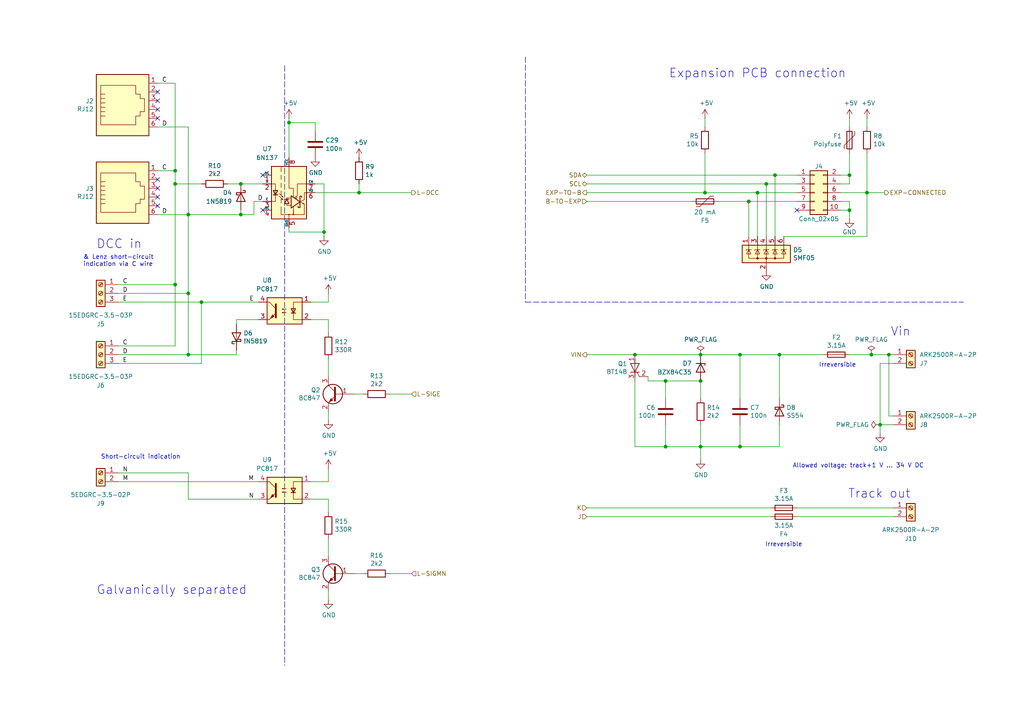
<source format=kicad_sch>
(kicad_sch (version 20231120) (generator "eeschema") (generator_version "8.0")
  (paper "A4")
  (title_block (title "HB22 – DCC booster") (date "2025-02-20") (rev "1.0") (company "Model Railroader Club Brno I – KMŽ Brno I – https://kmz-brno.cz/") (comment 1 "Jan Horáček") (comment 2 "https://github.com/kmzbrnoI/hb22") (comment 3 "https://creativecommons.org/licenses/by-sa/4.0/") (comment 4 "Released under the Creative Commons Attribution-ShareAlike 4.0 License"))
  (lib_symbols
    (symbol "Connector:RJ18" (pin_names (offset 1.016))
      (property "Reference" "J" (at -5.08 11.43 0))
      (property "Value" "RJ18" (at 2.54 11.43 0))
      (symbol "RJ18_0_1"
        (polyline (pts (xy -6.35 -1.905) (xy -5.08 -1.905) (xy -5.08 -1.905)))
        (polyline (pts (xy -6.35 -0.635) (xy -5.08 -0.635) (xy -5.08 -0.635)))
        (polyline (pts (xy -6.35 0.635) (xy -5.08 0.635) (xy -5.08 0.635)))
        (polyline (pts (xy -6.35 1.905) (xy -5.08 1.905) (xy -5.08 1.905)))
        (polyline (pts (xy -6.35 3.175) (xy -5.08 3.175) (xy -5.08 3.175)))
        (polyline (pts (xy -5.08 4.445) (xy -6.35 4.445) (xy -6.35 4.445)))
        (polyline (pts (xy -6.35 -4.445) (xy -6.35 6.985) (xy 3.81 6.985) (xy 3.81 4.445) (xy 5.08 4.445) (xy 5.08 3.175) (xy 6.35 3.175) (xy 6.35 -0.635) (xy 5.08 -0.635) (xy 5.08 -1.905) (xy 3.81 -1.905) (xy 3.81 -4.445) (xy -6.35 -4.445) (xy -6.35 -4.445)))
        (rectangle (start 7.62 10.16) (end -7.62 -7.62) (stroke (width 0.254)) (fill (type background)))
      )
      (symbol "RJ18_1_1"
        (pin passive line (at 10.16 -5.08 180) (length 2.54) (name "~") (number "1"))
        (pin passive line (at 10.16 -2.54 180) (length 2.54) (name "~") (number "2"))
        (pin passive line (at 10.16 0 180) (length 2.54) (name "~") (number "3"))
        (pin passive line (at 10.16 2.54 180) (length 2.54) (name "~") (number "4"))
        (pin passive line (at 10.16 5.08 180) (length 2.54) (name "~") (number "5"))
        (pin passive line (at 10.16 7.62 180) (length 2.54) (name "~") (number "6"))
      )
    )
    (symbol "Connector:Screw_Terminal_01x02" (pin_names (offset 1.016) hide)
      (property "Reference" "J" (at 0 2.54 0))
      (property "Value" "Screw_Terminal_01x02" (at 0 -5.08 0))
      (symbol "Screw_Terminal_01x02_1_1"
        (rectangle (start -1.27 1.27) (end 1.27 -3.81) (stroke (width 0.254)) (fill (type background)))
        (circle (center 0 -2.54) (radius 0.635) (stroke (width 0.1524)))
        (polyline (pts (xy -0.5334 -2.2098) (xy 0.3302 -3.048)) (stroke (width 0.1524)))
        (polyline (pts (xy -0.5334 0.3302) (xy 0.3302 -0.508)) (stroke (width 0.1524)))
        (polyline (pts (xy -0.3556 -2.032) (xy 0.508 -2.8702)) (stroke (width 0.1524)))
        (polyline (pts (xy -0.3556 0.508) (xy 0.508 -0.3302)) (stroke (width 0.1524)))
        (circle (center 0 0) (radius 0.635) (stroke (width 0.1524)))
        (pin passive line (at -5.08 0 0) (length 3.81) (name "Pin_1") (number "1"))
        (pin passive line (at -5.08 -2.54 0) (length 3.81) (name "Pin_2") (number "2"))
      )
    )
    (symbol "Connector:Screw_Terminal_01x03" (pin_names (offset 1.016) hide)
      (property "Reference" "J" (at 0 5.08 0))
      (property "Value" "Screw_Terminal_01x03" (at 0 -5.08 0))
      (symbol "Screw_Terminal_01x03_1_1"
        (rectangle (start -1.27 3.81) (end 1.27 -3.81) (stroke (width 0.254)) (fill (type background)))
        (circle (center 0 -2.54) (radius 0.635) (stroke (width 0.1524)))
        (polyline (pts (xy -0.5334 -2.2098) (xy 0.3302 -3.048)) (stroke (width 0.1524)))
        (polyline (pts (xy -0.5334 0.3302) (xy 0.3302 -0.508)) (stroke (width 0.1524)))
        (polyline (pts (xy -0.5334 2.8702) (xy 0.3302 2.032)) (stroke (width 0.1524)))
        (polyline (pts (xy -0.3556 -2.032) (xy 0.508 -2.8702)) (stroke (width 0.1524)))
        (polyline (pts (xy -0.3556 0.508) (xy 0.508 -0.3302)) (stroke (width 0.1524)))
        (polyline (pts (xy -0.3556 3.048) (xy 0.508 2.2098)) (stroke (width 0.1524)))
        (circle (center 0 0) (radius 0.635) (stroke (width 0.1524)))
        (circle (center 0 2.54) (radius 0.635) (stroke (width 0.1524)))
        (pin passive line (at -5.08 2.54 0) (length 3.81) (name "Pin_1") (number "1"))
        (pin passive line (at -5.08 0 0) (length 3.81) (name "Pin_2") (number "2"))
        (pin passive line (at -5.08 -2.54 0) (length 3.81) (name "Pin_3") (number "3"))
      )
    )
    (symbol "Connector_Generic:Conn_02x05_Odd_Even" (pin_names (offset 1.016) hide)
      (property "Reference" "J" (at 1.27 7.62 0))
      (property "Value" "Conn_02x05_Odd_Even" (at 1.27 -7.62 0))
      (symbol "Conn_02x05_Odd_Even_1_1"
        (rectangle (start -1.27 -4.953) (end 0 -5.207) (stroke (width 0.1524)))
        (rectangle (start -1.27 -2.413) (end 0 -2.667) (stroke (width 0.1524)))
        (rectangle (start -1.27 0.127) (end 0 -0.127) (stroke (width 0.1524)))
        (rectangle (start -1.27 2.667) (end 0 2.413) (stroke (width 0.1524)))
        (rectangle (start -1.27 5.207) (end 0 4.953) (stroke (width 0.1524)))
        (rectangle (start -1.27 6.35) (end 3.81 -6.35) (stroke (width 0.254)) (fill (type background)))
        (rectangle (start 3.81 -4.953) (end 2.54 -5.207) (stroke (width 0.1524)))
        (rectangle (start 3.81 -2.413) (end 2.54 -2.667) (stroke (width 0.1524)))
        (rectangle (start 3.81 0.127) (end 2.54 -0.127) (stroke (width 0.1524)))
        (rectangle (start 3.81 2.667) (end 2.54 2.413) (stroke (width 0.1524)))
        (rectangle (start 3.81 5.207) (end 2.54 4.953) (stroke (width 0.1524)))
        (pin passive line (at -5.08 5.08 0) (length 3.81) (name "Pin_1") (number "1"))
        (pin passive line (at 7.62 -5.08 180) (length 3.81) (name "Pin_10") (number "10"))
        (pin passive line (at 7.62 5.08 180) (length 3.81) (name "Pin_2") (number "2"))
        (pin passive line (at -5.08 2.54 0) (length 3.81) (name "Pin_3") (number "3"))
        (pin passive line (at 7.62 2.54 180) (length 3.81) (name "Pin_4") (number "4"))
        (pin passive line (at -5.08 0 0) (length 3.81) (name "Pin_5") (number "5"))
        (pin passive line (at 7.62 0 180) (length 3.81) (name "Pin_6") (number "6"))
        (pin passive line (at -5.08 -2.54 0) (length 3.81) (name "Pin_7") (number "7"))
        (pin passive line (at 7.62 -2.54 180) (length 3.81) (name "Pin_8") (number "8"))
        (pin passive line (at -5.08 -5.08 0) (length 3.81) (name "Pin_9") (number "9"))
      )
    )
    (symbol "Device:C" (pin_numbers hide) (pin_names (offset 0.254))
      (property "Reference" "C" (at 0.635 2.54 0))
      (property "Value" "C" (at 0.635 -2.54 0))
      (symbol "C_0_1"
        (polyline (pts (xy -2.032 -0.762) (xy 2.032 -0.762)) (stroke (width 0.508)))
        (polyline (pts (xy -2.032 0.762) (xy 2.032 0.762)) (stroke (width 0.508)))
      )
      (symbol "C_1_1"
        (pin passive line (at 0 3.81 270) (length 2.794) (name "~") (number "1"))
        (pin passive line (at 0 -3.81 90) (length 2.794) (name "~") (number "2"))
      )
    )
    (symbol "Device:D_Schottky" (pin_numbers hide) (pin_names (offset 1.016) hide)
      (property "Reference" "D" (at 0 2.54 0))
      (property "Value" "D_Schottky" (at 0 -2.54 0))
      (symbol "D_Schottky_0_1"
        (polyline (pts (xy 1.27 0) (xy -1.27 0)))
        (polyline (pts (xy 1.27 1.27) (xy 1.27 -1.27) (xy -1.27 0) (xy 1.27 1.27)) (stroke (width 0.254)))
        (polyline (pts (xy -1.905 0.635) (xy -1.905 1.27) (xy -1.27 1.27) (xy -1.27 -1.27) (xy -0.635 -1.27) (xy -0.635 -0.635)) (stroke (width 0.254)))
      )
      (symbol "D_Schottky_1_1"
        (pin passive line (at -3.81 0 0) (length 2.54) (name "K") (number "1"))
        (pin passive line (at 3.81 0 180) (length 2.54) (name "A") (number "2"))
      )
    )
    (symbol "Device:Fuse" (pin_numbers hide) (pin_names (offset 0))
      (property "Reference" "F" (at 2.032 0 90))
      (property "Value" "Fuse" (at -1.905 0 90))
      (symbol "Fuse_0_1"
        (rectangle (start -0.762 -2.54) (end 0.762 2.54) (stroke (width 0.254)))
        (polyline (pts (xy 0 2.54) (xy 0 -2.54)))
      )
      (symbol "Fuse_1_1"
        (pin passive line (at 0 3.81 270) (length 1.27) (name "~") (number "1"))
        (pin passive line (at 0 -3.81 90) (length 1.27) (name "~") (number "2"))
      )
    )
    (symbol "Device:Polyfuse" (pin_numbers hide) (pin_names (offset 0))
      (property "Reference" "F" (at -2.54 0 90))
      (property "Value" "Polyfuse" (at 2.54 0 90))
      (symbol "Polyfuse_0_1"
        (rectangle (start -0.762 2.54) (end 0.762 -2.54) (stroke (width 0.254)))
        (polyline (pts (xy 0 2.54) (xy 0 -2.54)))
        (polyline (pts (xy -1.524 2.54) (xy -1.524 1.524) (xy 1.524 -1.524) (xy 1.524 -2.54)))
      )
      (symbol "Polyfuse_1_1"
        (pin passive line (at 0 3.81 270) (length 1.27) (name "~") (number "1"))
        (pin passive line (at 0 -3.81 90) (length 1.27) (name "~") (number "2"))
      )
    )
    (symbol "Device:R" (pin_numbers hide) (pin_names (offset 0))
      (property "Reference" "R" (at 2.032 0 90))
      (property "Value" "R" (at 0 0 90))
      (symbol "R_0_1"
        (rectangle (start -1.016 -2.54) (end 1.016 2.54) (stroke (width 0.254)))
      )
      (symbol "R_1_1"
        (pin passive line (at 0 3.81 270) (length 1.27) (name "~") (number "1"))
        (pin passive line (at 0 -3.81 90) (length 1.27) (name "~") (number "2"))
      )
    )
    (symbol "Diode:BZX84Cxx" (pin_numbers hide) (pin_names hide)
      (property "Reference" "D" (at 0 3.81 0))
      (property "Value" "BZX84Cxx" (at 0 -3.81 0))
      (symbol "BZX84Cxx_0_1"
        (polyline (pts (xy 1.27 0) (xy -1.27 0)))
        (polyline (pts (xy -1.27 -1.27) (xy -1.27 1.27) (xy -0.762 1.27)) (stroke (width 0.254)))
        (polyline (pts (xy 1.27 -1.27) (xy 1.27 1.27) (xy -1.27 0) (xy 1.27 -1.27)) (stroke (width 0.254)))
      )
      (symbol "BZX84Cxx_1_1"
        (pin passive line (at 3.81 0 180) (length 2.54) (name "A") (number "1"))
        (pin no_connect line (at 1.27 0 180) (length 2.54) hide (name "NC") (number "2"))
        (pin passive line (at -3.81 0 0) (length 2.54) (name "K") (number "3"))
      )
    )
    (symbol "Isolator:6N137" (pin_names (offset 0))
      (property "Reference" "U" (at -4.064 8.89 0))
      (property "Value" "6N137" (at 0 -8.89 0))
      (symbol "6N137_0_1"
        (polyline (pts (xy 0 -6.35) (xy -2.286 -6.35) (xy -2.286 -4.064)))
        (polyline (pts (xy -5.08 -2.54) (xy -3.937 -2.54) (xy -3.937 2.54) (xy -5.08 2.54)))
        (polyline (pts (xy 1.27 -5.08) (xy 1.27 -6.35) (xy 0 -6.35) (xy 0 -7.62)))
        (polyline (pts (xy 3.175 -2.667) (xy 0.635 -4.445) (xy 0.635 -0.889) (xy 3.175 -2.667)) (stroke (width 0.254)))
        (polyline (pts (xy -2.794 -1.016) (xy -1.717 -2.093) (xy -2.076 -1.914) (xy -1.896 -1.734) (xy -1.717 -2.093)))
        (polyline (pts (xy -2.794 -0.254) (xy -1.717 -1.331) (xy -2.076 -1.152) (xy -1.896 -0.972) (xy -1.717 -1.331)))
      )
      (symbol "6N137_1_1"
        (rectangle (start -5.08 7.62) (end 5.08 -7.62) (stroke (width 0.254)) (fill (type background)))
        (circle (center 0 -6.35) (radius 0.127) (fill (type outline)))
        (polyline (pts (xy -4.572 -0.635) (xy -3.302 -0.635)) (stroke (width 0.254)))
        (polyline (pts (xy -2.286 -1.778) (xy -2.286 -3.048)))
        (polyline (pts (xy -2.286 0.508) (xy -2.286 -0.762)))
        (polyline (pts (xy -2.286 2.794) (xy -2.286 1.524)))
        (polyline (pts (xy -2.286 5.08) (xy -2.286 3.81)))
        (polyline (pts (xy -2.286 7.366) (xy -2.286 6.096)))
        (polyline (pts (xy -1.27 -1.905) (xy 0 -1.905)) (stroke (width 0.254)))
        (polyline (pts (xy -0.635 -3.302) (xy -0.635 -3.683) (xy 0.635 -3.683)))
        (polyline (pts (xy -0.635 -1.905) (xy -0.635 -1.524) (xy 0.508 -1.524)))
        (polyline (pts (xy 1.27 -4.064) (xy 1.27 -6.35) (xy 4.445 -6.35)))
        (polyline (pts (xy 3.175 -2.667) (xy 4.445 -3.302) (xy 4.445 -6.35)))
        (polyline (pts (xy -3.937 -0.635) (xy -4.572 0.635) (xy -3.302 0.635) (xy -3.937 -0.635)) (stroke (width 0.254)))
        (polyline (pts (xy -0.635 -1.905) (xy -1.27 -3.175) (xy 0 -3.175) (xy -0.635 -1.905)) (stroke (width 0.254)))
        (polyline (pts (xy 1.27 -1.27) (xy 1.27 1.27) (xy 0 1.27) (xy 0 7.62)))
        (polyline (pts (xy 2.1844 -1.1684) (xy 2.413 -0.889) (xy 2.413 2.54) (xy 5.08 2.54)))
        (polyline (pts (xy 3.175 -2.667) (xy 3.175 -4.318) (xy 2.667 -4.318) (xy 2.667 -3.937)) (stroke (width 0.254)))
        (polyline (pts (xy 3.175 -2.667) (xy 3.175 -1.016) (xy 3.683 -1.016) (xy 3.683 -1.397)) (stroke (width 0.254)))
        (polyline (pts (xy 3.175 -2.667) (xy 4.445 -2.032) (xy 4.445 0) (xy 5.08 0)))
        (polyline (pts (xy 4.445 -3.302) (xy 4.161 -3.018) (xy 4.047 -3.246) (xy 4.445 -3.302)) (stroke (width 0.127)) (fill (type outline)))
        (circle (center 1.27 -6.35) (radius 0.127) (fill (type outline)))
        (circle (center 2.032 -1.397) (radius 0.254))
        (pin passive line (at -7.62 5.08 0) (length 2.54) (name "NC") (number "1"))
        (pin passive line (at -7.62 2.54 0) (length 2.54) (name "A") (number "2"))
        (pin passive line (at -7.62 -2.54 0) (length 2.54) (name "C") (number "3"))
        (pin passive line (at -7.62 -5.08 0) (length 2.54) (name "NC") (number "4"))
        (pin power_in line (at 0 -10.16 90) (length 2.54) (name "GND") (number "5"))
        (pin open_collector line (at 7.62 0 180) (length 2.54) (name "VO") (number "6"))
        (pin input line (at 7.62 2.54 180) (length 2.54) (name "EN") (number "7"))
        (pin power_in line (at 0 10.16 270) (length 2.54) (name "VCC") (number "8"))
      )
    )
    (symbol "Isolator:PC817" (pin_names (offset 1.016))
      (property "Reference" "U" (at -5.08 5.08 0))
      (property "Value" "PC817" (at 0 5.08 0))
      (symbol "PC817_0_1"
        (rectangle (start -5.08 3.81) (end 5.08 -3.81) (stroke (width 0.254)) (fill (type background)))
        (polyline (pts (xy -3.175 -0.635) (xy -1.905 -0.635)) (stroke (width 0.254)))
        (polyline (pts (xy 2.54 0.635) (xy 4.445 2.54)))
        (polyline (pts (xy 4.445 -2.54) (xy 2.54 -0.635)) (fill (type outline)))
        (polyline (pts (xy 4.445 -2.54) (xy 5.08 -2.54)))
        (polyline (pts (xy 4.445 2.54) (xy 5.08 2.54)))
        (polyline (pts (xy -5.08 2.54) (xy -2.54 2.54) (xy -2.54 -0.635)))
        (polyline (pts (xy -2.54 -0.635) (xy -2.54 -2.54) (xy -5.08 -2.54)))
        (polyline (pts (xy 2.54 1.905) (xy 2.54 -1.905) (xy 2.54 -1.905)) (stroke (width 0.508)))
        (polyline (pts (xy -2.54 -0.635) (xy -3.175 0.635) (xy -1.905 0.635) (xy -2.54 -0.635)) (stroke (width 0.254)))
        (polyline (pts (xy -0.508 -0.508) (xy 0.762 -0.508) (xy 0.381 -0.635) (xy 0.381 -0.381) (xy 0.762 -0.508)))
        (polyline (pts (xy -0.508 0.508) (xy 0.762 0.508) (xy 0.381 0.381) (xy 0.381 0.635) (xy 0.762 0.508)))
        (polyline (pts (xy 3.048 -1.651) (xy 3.556 -1.143) (xy 4.064 -2.159) (xy 3.048 -1.651) (xy 3.048 -1.651)) (fill (type outline)))
      )
      (symbol "PC817_1_1"
        (pin passive line (at -7.62 2.54 0) (length 2.54) (name "~") (number "1"))
        (pin passive line (at -7.62 -2.54 0) (length 2.54) (name "~") (number "2"))
        (pin passive line (at 7.62 -2.54 180) (length 2.54) (name "~") (number "3"))
        (pin passive line (at 7.62 2.54 180) (length 2.54) (name "~") (number "4"))
      )
    )
    (symbol "Power_Protection:SP0505BAJT" (pin_names hide)
      (property "Reference" "D" (at 7.62 2.54 0))
      (property "Value" "SP0505BAJT" (at 7.62 0.635 0))
      (symbol "SP0505BAJT_0_0"
        (pin passive line (at 0 -5.08 90) (length 2.54) (name "A") (number "2"))
      )
      (symbol "SP0505BAJT_0_1"
        (rectangle (start -6.985 2.54) (end 6.985 -2.54) (stroke (width 0.254)) (fill (type background)))
        (circle (center -2.54 -1.27) (radius 0.254) (fill (type outline)))
        (circle (center 0 -1.27) (radius 0.254) (fill (type outline)))
        (polyline (pts (xy -5.08 2.54) (xy -5.08 1.27)))
        (polyline (pts (xy -2.54 2.54) (xy -2.54 1.27)))
        (polyline (pts (xy 0 -1.27) (xy 0 -2.54)))
        (polyline (pts (xy 0 -1.27) (xy 0 1.27)))
        (polyline (pts (xy 0 2.54) (xy 0 1.27)))
        (polyline (pts (xy 0.635 1.27) (xy 0.762 1.27)))
        (polyline (pts (xy 2.54 2.54) (xy 2.54 1.27)))
        (polyline (pts (xy 5.08 2.54) (xy 5.08 1.27)))
        (polyline (pts (xy -5.08 1.27) (xy -5.08 -1.27) (xy -2.54 -1.27)))
        (polyline (pts (xy 0.635 1.27) (xy -0.762 1.27) (xy -0.762 1.016)))
        (polyline (pts (xy 5.08 1.27) (xy 5.08 -1.27) (xy 2.54 -1.27)))
        (polyline (pts (xy -5.842 1.016) (xy -5.842 1.27) (xy -4.445 1.27) (xy -4.318 1.27)))
        (polyline (pts (xy -5.08 1.27) (xy -4.445 0) (xy -5.715 0) (xy -5.08 1.27)))
        (polyline (pts (xy -3.302 1.016) (xy -3.302 1.27) (xy -1.905 1.27) (xy -1.778 1.27)))
        (polyline (pts (xy -2.54 1.27) (xy -2.54 -1.27) (xy 2.54 -1.27) (xy 2.54 1.27)))
        (polyline (pts (xy -2.54 1.27) (xy -1.905 0) (xy -3.175 0) (xy -2.54 1.27)))
        (polyline (pts (xy 0.635 0) (xy -0.635 0) (xy 0 1.27) (xy 0.635 0)))
        (polyline (pts (xy 1.778 1.016) (xy 1.778 1.27) (xy 3.175 1.27) (xy 3.302 1.27)))
        (polyline (pts (xy 2.54 1.27) (xy 1.905 0) (xy 3.175 0) (xy 2.54 1.27)))
        (polyline (pts (xy 4.318 1.016) (xy 4.318 1.27) (xy 5.715 1.27) (xy 5.842 1.27)))
        (polyline (pts (xy 5.08 1.27) (xy 4.445 0) (xy 5.715 0) (xy 5.08 1.27)))
        (circle (center 2.54 -1.27) (radius 0.254) (fill (type outline)))
      )
      (symbol "SP0505BAJT_1_1"
        (pin passive line (at -5.08 5.08 270) (length 2.54) (name "K") (number "1"))
        (pin passive line (at -2.54 5.08 270) (length 2.54) (name "K") (number "3"))
        (pin passive line (at 0 5.08 270) (length 2.54) (name "K") (number "4"))
        (pin passive line (at 2.54 5.08 270) (length 2.54) (name "K") (number "5"))
        (pin passive line (at 5.08 5.08 270) (length 2.54) (name "K") (number "6"))
      )
    )
    (symbol "Transistor_BJT:BC847" (pin_names (offset 0) hide)
      (property "Reference" "Q" (at 5.08 1.905 0))
      (property "Value" "BC847" (at 5.08 0 0))
      (symbol "BC847_0_1"
        (polyline (pts (xy 0.635 0.635) (xy 2.54 2.54)))
        (polyline (pts (xy 0.635 -0.635) (xy 2.54 -2.54) (xy 2.54 -2.54)))
        (polyline (pts (xy 0.635 1.905) (xy 0.635 -1.905) (xy 0.635 -1.905)) (stroke (width 0.508)))
        (polyline (pts (xy 1.27 -1.778) (xy 1.778 -1.27) (xy 2.286 -2.286) (xy 1.27 -1.778) (xy 1.27 -1.778)) (fill (type outline)))
        (circle (center 1.27 0) (radius 2.8194) (stroke (width 0.254)))
      )
      (symbol "BC847_1_1"
        (pin input line (at -5.08 0 0) (length 5.715) (name "B") (number "1"))
        (pin passive line (at 2.54 -5.08 90) (length 2.54) (name "E") (number "2"))
        (pin passive line (at 2.54 5.08 270) (length 2.54) (name "C") (number "3"))
      )
    )
    (symbol "Triac_Thyristor:BT169D" (pin_names (offset 0) hide)
      (property "Reference" "Q" (at 2.54 1.905 0))
      (property "Value" "BT169D" (at 2.54 0 0))
      (symbol "BT169D_0_1"
        (polyline (pts (xy -1.27 -2.54) (xy -0.635 -1.27)))
        (polyline (pts (xy -1.27 -1.27) (xy 1.27 -1.27)) (stroke (width 0.2032)))
        (polyline (pts (xy 0 -2.54) (xy 0 2.54)))
        (polyline (pts (xy -1.27 1.27) (xy 1.27 1.27) (xy 0 -1.27) (xy -1.27 1.27)) (stroke (width 0.2032)))
      )
      (symbol "BT169D_1_1"
        (pin passive line (at 0 3.81 270) (length 2.54) (name "A") (number "1"))
        (pin input line (at -3.81 -2.54 0) (length 2.54) (name "G") (number "2"))
        (pin passive line (at 0 -3.81 90) (length 2.54) (name "K") (number "3"))
      )
    )
    (symbol "power:+5V" (power) (pin_numbers hide) (pin_names (offset 0) hide)
      (property "Value" "+5V" (at 0 3.556 0))
      (symbol "+5V_0_1"
        (polyline (pts (xy -0.762 1.27) (xy 0 2.54)))
        (polyline (pts (xy 0 0) (xy 0 2.54)))
        (polyline (pts (xy 0 2.54) (xy 0.762 1.27)))
      )
      (symbol "+5V_1_1"
        (pin power_in line (at 0 0 90) (length 0) (name "~") (number "1"))
      )
    )
    (symbol "power:GND" (power) (pin_numbers hide) (pin_names (offset 0) hide)
      (property "Value" "GND" (at 0 -3.81 0))
      (symbol "GND_0_1"
        (polyline (pts (xy 0 0) (xy 0 -1.27) (xy 1.27 -1.27) (xy 0 -2.54) (xy -1.27 -1.27) (xy 0 -1.27)))
      )
      (symbol "GND_1_1"
        (pin power_in line (at 0 0 270) (length 0) (name "~") (number "1"))
      )
    )
    (symbol "power:PWR_FLAG" (power) (pin_numbers hide) (pin_names (offset 0) hide)
      (property "Value" "PWR_FLAG" (at 0 3.81 0))
      (symbol "PWR_FLAG_0_0"
        (pin power_out line (at 0 0 90) (length 0) (name "~") (number "1"))
      )
      (symbol "PWR_FLAG_0_1"
        (polyline (pts (xy 0 0) (xy 0 1.27) (xy -1.016 1.905) (xy 0 2.54) (xy 1.016 1.905) (xy 0 1.27)))
      )
    )
  )
  (junction (at 54.61 62.23))
  (junction (at 257.81 102.87))
  (junction (at 93.98 67.31))
  (junction (at 50.8 82.55))
  (junction (at 83.82 35.56))
  (junction (at 204.47 55.88))
  (junction (at 184.15 102.87))
  (junction (at 252.73 102.87))
  (junction (at 50.8 49.53))
  (junction (at 217.17 58.42))
  (junction (at 50.8 53.34))
  (junction (at 203.2 129.54))
  (junction (at 203.2 110.49))
  (junction (at 214.63 129.54))
  (junction (at 246.38 50.8))
  (junction (at 54.61 102.87))
  (junction (at 246.38 60.96))
  (junction (at 193.04 110.49))
  (junction (at 255.27 123.19))
  (junction (at 69.85 53.34))
  (junction (at 214.63 102.87))
  (junction (at 219.71 55.88))
  (junction (at 104.14 55.88))
  (junction (at 58.42 87.63))
  (junction (at 251.46 55.88))
  (junction (at 193.04 129.54))
  (junction (at 224.79 50.8))
  (junction (at 222.25 53.34))
  (junction (at 226.06 102.87))
  (junction (at 54.61 85.09))
  (junction (at 203.2 102.87))
  (junction (at 69.85 62.23))
  (no_connect (at 76.2 60.96))
  (no_connect (at 45.72 26.67))
  (no_connect (at 45.72 59.69))
  (no_connect (at 45.72 52.07))
  (no_connect (at 45.72 34.29))
  (no_connect (at 231.14 60.96))
  (no_connect (at 45.72 57.15))
  (no_connect (at 45.72 29.21))
  (no_connect (at 45.72 31.75))
  (no_connect (at 76.2 50.8))
  (no_connect (at 45.72 54.61))
  (wire (pts (xy 50.8 53.34) (xy 50.8 82.55)))
  (wire (pts (xy 50.8 49.53) (xy 50.8 53.34)))
  (wire (pts (xy 204.47 55.88) (xy 170.18 55.88)))
  (wire (pts (xy 246.38 50.8) (xy 243.84 50.8)))
  (wire (pts (xy 76.2 53.34) (xy 69.85 53.34)))
  (wire (pts (xy 226.06 102.87) (xy 238.76 102.87)))
  (wire (pts (xy 214.63 102.87) (xy 226.06 102.87)))
  (wire (pts (xy 83.82 66.04) (xy 83.82 67.31)))
  (wire (pts (xy 184.15 129.54) (xy 184.15 110.49)))
  (wire (pts (xy 251.46 44.45) (xy 251.46 55.88)))
  (wire (pts (xy 222.25 53.34) (xy 231.14 53.34)))
  (wire (pts (xy 227.33 68.58) (xy 251.46 68.58)))
  (polyline (pts (xy 152.4 16.51) (xy 152.4 87.63)) (stroke (width 0) (type dash)))
  (wire (pts (xy 203.2 123.19) (xy 203.2 129.54)))
  (wire (pts (xy 93.98 67.31) (xy 93.98 68.58)))
  (polyline (pts (xy 152.4 87.63) (xy 279.4 87.63)) (stroke (width 0) (type dash)))
  (wire (pts (xy 255.27 125.73) (xy 255.27 123.19)))
  (wire (pts (xy 69.85 62.23) (xy 73.66 62.23)))
  (wire (pts (xy 214.63 123.19) (xy 214.63 129.54)))
  (wire (pts (xy 54.61 137.16) (xy 54.61 144.78)))
  (wire (pts (xy 54.61 62.23) (xy 69.85 62.23)))
  (wire (pts (xy 93.98 53.34) (xy 93.98 67.31)))
  (wire (pts (xy 76.2 58.42) (xy 73.66 58.42)))
  (wire (pts (xy 257.81 120.65) (xy 257.81 102.87)))
  (wire (pts (xy 113.03 166.37) (xy 119.38 166.37)))
  (wire (pts (xy 243.84 60.96) (xy 246.38 60.96)))
  (wire (pts (xy 255.27 123.19) (xy 255.27 105.41)))
  (wire (pts (xy 90.17 144.78) (xy 95.25 144.78)))
  (wire (pts (xy 246.38 34.29) (xy 246.38 36.83)))
  (wire (pts (xy 214.63 129.54) (xy 203.2 129.54)))
  (wire (pts (xy 243.84 53.34) (xy 246.38 53.34)))
  (wire (pts (xy 184.15 102.87) (xy 203.2 102.87)))
  (wire (pts (xy 224.79 50.8) (xy 231.14 50.8)))
  (wire (pts (xy 34.29 139.7) (xy 74.93 139.7)))
  (wire (pts (xy 203.2 129.54) (xy 193.04 129.54)))
  (wire (pts (xy 217.17 58.42) (xy 231.14 58.42)))
  (wire (pts (xy 113.03 114.3) (xy 119.38 114.3)))
  (wire (pts (xy 203.2 133.35) (xy 203.2 129.54)))
  (wire (pts (xy 246.38 50.8) (xy 246.38 53.34)))
  (wire (pts (xy 68.58 92.71) (xy 74.93 92.71)))
  (wire (pts (xy 50.8 24.13) (xy 50.8 49.53)))
  (wire (pts (xy 243.84 55.88) (xy 251.46 55.88)))
  (wire (pts (xy 204.47 55.88) (xy 219.71 55.88)))
  (wire (pts (xy 95.25 92.71) (xy 95.25 96.52)))
  (wire (pts (xy 34.29 102.87) (xy 54.61 102.87)))
  (wire (pts (xy 251.46 36.83) (xy 251.46 34.29)))
  (wire (pts (xy 95.25 104.14) (xy 95.25 109.22)))
  (wire (pts (xy 58.42 87.63) (xy 74.93 87.63)))
  (wire (pts (xy 193.04 123.19) (xy 193.04 129.54)))
  (wire (pts (xy 255.27 105.41) (xy 259.08 105.41)))
  (wire (pts (xy 34.29 137.16) (xy 54.61 137.16)))
  (wire (pts (xy 83.82 67.31) (xy 93.98 67.31)))
  (wire (pts (xy 34.29 87.63) (xy 58.42 87.63)))
  (wire (pts (xy 252.73 102.87) (xy 257.81 102.87)))
  (wire (pts (xy 95.25 173.99) (xy 95.25 171.45)))
  (wire (pts (xy 68.58 93.98) (xy 68.58 92.71)))
  (wire (pts (xy 58.42 53.34) (xy 50.8 53.34)))
  (wire (pts (xy 193.04 115.57) (xy 193.04 110.49)))
  (wire (pts (xy 34.29 105.41) (xy 58.42 105.41)))
  (wire (pts (xy 69.85 60.96) (xy 69.85 62.23)))
  (wire (pts (xy 246.38 63.5) (xy 246.38 60.96)))
  (wire (pts (xy 91.44 35.56) (xy 83.82 35.56)))
  (wire (pts (xy 104.14 55.88) (xy 104.14 53.34)))
  (wire (pts (xy 217.17 68.58) (xy 217.17 58.42)))
  (wire (pts (xy 246.38 58.42) (xy 246.38 60.96)))
  (wire (pts (xy 208.28 58.42) (xy 217.17 58.42)))
  (wire (pts (xy 73.66 58.42) (xy 73.66 62.23)))
  (wire (pts (xy 50.8 100.33) (xy 50.8 82.55)))
  (wire (pts (xy 170.18 53.34) (xy 222.25 53.34)))
  (wire (pts (xy 95.25 121.92) (xy 95.25 119.38)))
  (wire (pts (xy 50.8 49.53) (xy 45.72 49.53)))
  (wire (pts (xy 104.14 55.88) (xy 119.38 55.88)))
  (wire (pts (xy 91.44 55.88) (xy 104.14 55.88)))
  (wire (pts (xy 95.25 144.78) (xy 95.25 148.59)))
  (wire (pts (xy 58.42 87.63) (xy 58.42 105.41)))
  (wire (pts (xy 231.14 147.32) (xy 259.08 147.32)))
  (wire (pts (xy 54.61 102.87) (xy 68.58 102.87)))
  (wire (pts (xy 223.52 147.32) (xy 170.18 147.32)))
  (wire (pts (xy 219.71 68.58) (xy 219.71 55.88)))
  (wire (pts (xy 90.17 139.7) (xy 95.25 139.7)))
  (wire (pts (xy 54.61 62.23) (xy 45.72 62.23)))
  (wire (pts (xy 231.14 149.86) (xy 259.08 149.86)))
  (wire (pts (xy 222.25 53.34) (xy 222.25 68.58)))
  (wire (pts (xy 95.25 156.21) (xy 95.25 161.29)))
  (wire (pts (xy 90.17 87.63) (xy 95.25 87.63)))
  (wire (pts (xy 193.04 110.49) (xy 187.96 110.49)))
  (wire (pts (xy 226.06 129.54) (xy 214.63 129.54)))
  (wire (pts (xy 83.82 35.56) (xy 83.82 34.29)))
  (wire (pts (xy 69.85 53.34) (xy 66.04 53.34)))
  (wire (pts (xy 259.08 123.19) (xy 255.27 123.19)))
  (wire (pts (xy 45.72 24.13) (xy 50.8 24.13)))
  (wire (pts (xy 54.61 144.78) (xy 74.93 144.78)))
  (wire (pts (xy 105.41 114.3) (xy 102.87 114.3)))
  (wire (pts (xy 68.58 101.6) (xy 68.58 102.87)))
  (wire (pts (xy 204.47 44.45) (xy 204.47 55.88)))
  (wire (pts (xy 90.17 92.71) (xy 95.25 92.71)))
  (wire (pts (xy 219.71 55.88) (xy 231.14 55.88)))
  (wire (pts (xy 226.06 115.57) (xy 226.06 102.87)))
  (wire (pts (xy 204.47 34.29) (xy 204.47 36.83)))
  (polyline (pts (xy 82.55 19.05) (xy 82.55 193.04)) (stroke (width 0) (type dash)))
  (wire (pts (xy 34.29 85.09) (xy 54.61 85.09)))
  (wire (pts (xy 251.46 55.88) (xy 251.46 68.58)))
  (wire (pts (xy 200.66 58.42) (xy 170.18 58.42)))
  (wire (pts (xy 214.63 115.57) (xy 214.63 102.87)))
  (wire (pts (xy 34.29 100.33) (xy 50.8 100.33)))
  (wire (pts (xy 91.44 53.34) (xy 93.98 53.34)))
  (wire (pts (xy 105.41 166.37) (xy 102.87 166.37)))
  (wire (pts (xy 54.61 102.87) (xy 54.61 85.09)))
  (wire (pts (xy 246.38 102.87) (xy 252.73 102.87)))
  (wire (pts (xy 259.08 120.65) (xy 257.81 120.65)))
  (wire (pts (xy 246.38 44.45) (xy 246.38 50.8)))
  (wire (pts (xy 203.2 110.49) (xy 193.04 110.49)))
  (wire (pts (xy 54.61 85.09) (xy 54.61 62.23)))
  (wire (pts (xy 187.96 110.49) (xy 187.96 109.22)))
  (wire (pts (xy 95.25 87.63) (xy 95.25 85.09)))
  (wire (pts (xy 170.18 149.86) (xy 223.52 149.86)))
  (wire (pts (xy 224.79 68.58) (xy 224.79 50.8)))
  (wire (pts (xy 251.46 55.88) (xy 256.54 55.88)))
  (wire (pts (xy 203.2 102.87) (xy 214.63 102.87)))
  (wire (pts (xy 170.18 50.8) (xy 224.79 50.8)))
  (wire (pts (xy 91.44 38.1) (xy 91.44 35.56)))
  (wire (pts (xy 34.29 82.55) (xy 50.8 82.55)))
  (wire (pts (xy 54.61 36.83) (xy 54.61 62.23)))
  (wire (pts (xy 243.84 58.42) (xy 246.38 58.42)))
  (wire (pts (xy 170.18 102.87) (xy 184.15 102.87)))
  (wire (pts (xy 259.08 102.87) (xy 257.81 102.87)))
  (wire (pts (xy 203.2 115.57) (xy 203.2 110.49)))
  (wire (pts (xy 83.82 45.72) (xy 83.82 35.56)))
  (wire (pts (xy 45.72 36.83) (xy 54.61 36.83)))
  (wire (pts (xy 193.04 129.54) (xy 184.15 129.54)))
  (wire (pts (xy 226.06 123.19) (xy 226.06 129.54)))
  (wire (pts (xy 95.25 139.7) (xy 95.25 135.89)))
  (text "Allowed voltage: track+1 V ... 34 V DC" (at 229.87 135.89 0) (effects (font (size 1.27 1.27)) (justify left bottom)))
  (text "Irreversible" (at 227.33 158.75 0) (effects (font (size 1.27 1.27)) (justify bottom)))
  (text "Vin" (at 264.16 97.79 0) (effects (font (size 2.54 2.54)) (justify right bottom)))
  (text "& Lenz short-circuit\nindication via C wire" (at 24.13 77.47 0) (effects (font (size 1.27 1.27)) (justify left bottom)))
  (text "Galvanically separated" (at 27.94 172.72 0) (effects (font (size 2.54 2.54)) (justify left bottom)))
  (text "Track out" (at 264.16 144.78 0) (effects (font (size 2.54 2.54)) (justify right bottom)))
  (text "Expansion PCB connection" (at 219.71 22.86 0) (effects (font (size 2.54 2.54)) (justify bottom)))
  (text "Irreversible" (at 237.49 106.68 0) (effects (font (size 1.27 1.27)) (justify left bottom)))
  (text "Short-circuit indication" (at 29.21 133.35 0) (effects (font (size 1.27 1.27)) (justify left bottom)))
  (text "DCC in" (at 27.94 72.39 0) (effects (font (size 2.54 2.54)) (justify left bottom)))
  (label "D" (at 35.56 85.09 0))
  (label "E" (at 35.56 87.63 0))
  (label "D" (at 46.99 36.83 0))
  (label "C" (at 46.99 24.13 0))
  (label "M" (at 35.56 139.7 0))
  (label "N" (at 73.66 144.78 180))
  (label "C" (at 35.56 82.55 0))
  (label "E" (at 73.66 87.63 180))
  (label "E" (at 35.56 105.41 0))
  (label "D" (at 46.99 62.23 0))
  (label "D" (at 76.2 58.42 180))
  (label "C" (at 46.99 49.53 0))
  (label "N" (at 35.56 137.16 0))
  (label "D" (at 35.56 102.87 0))
  (label "M" (at 73.66 139.7 180))
  (label "C" (at 35.56 100.33 0))
  (hierarchical_label "VIN" (shape output) (at 170.18 102.87 180))
  (hierarchical_label "L-SIGMN" (shape input) (at 119.38 166.37 0))
  (hierarchical_label "J" (shape input) (at 170.18 149.86 180))
  (hierarchical_label "B-TO-EXP" (shape input) (at 170.18 58.42 180))
  (hierarchical_label "SCL" (shape bidirectional) (at 170.18 53.34 180))
  (hierarchical_label "EXP-TO-B" (shape output) (at 170.18 55.88 180))
  (hierarchical_label "SDA" (shape bidirectional) (at 170.18 50.8 180))
  (hierarchical_label "K" (shape input) (at 170.18 147.32 180))
  (hierarchical_label "EXP-CONNECTED" (shape output) (at 256.54 55.88 0))
  (hierarchical_label "L-SIGE" (shape input) (at 119.38 114.3 0))
  (hierarchical_label "L-DCC" (shape output) (at 119.38 55.88 0))
  (symbol (lib_id "Device:D_Schottky") (at 226.06 119.38 270) (unit 1)
    (property "Reference" "D8" (at 228.092 118.2116 90) (effects (justify left)))
    (property "Value" "SS54" (at 228.092 120.523 90) (effects (justify left)))
    (property "Footprint" "Diode_SMD:D_SMA" (effects (hide yes)))
    (property "Description" "Schottky diode" (effects (hide yes)))
  )
  (symbol (lib_id "Device:Polyfuse") (at 246.38 40.64 0) (mirror x) (unit 1)
    (property "Reference" "F1" (at 244.1702 39.4716 0) (effects (justify right)))
    (property "Value" "Polyfuse" (at 244.1702 41.783 0) (effects (justify right)))
    (property "Footprint" "Fuse:Fuse_1206_3216Metric" (effects (hide yes)))
    (property "Description" "Resettable fuse, polymeric positive temperature coefficient" (effects (hide yes)))
  )
  (symbol (lib_id "Connector_Generic:Conn_02x05_Odd_Even") (at 236.22 55.88 0) (unit 1)
    (property "Reference" "J4" (at 237.49 48.26 0))
    (property "Value" "Conn_02x05" (at 237.49 63.5 0))
    (property "Footprint" "Connector_PinSocket_2.54mm:PinSocket_2x05_P2.54mm_Vertical" (effects (hide yes)))
    (property "Description" "Generic connector, double row, 02x05, odd/even pin numbering scheme (row 1 odd numbers, row 2 even numbers), script generated (kicad-library-utils/schlib/autogen/connector/)" (effects (hide yes)))
  )
  (symbol (lib_id "Power_Protection:SP0505BAJT") (at 222.25 73.66 0) (unit 1)
    (property "Reference" "D5" (at 229.997 72.4916 0) (effects (justify left)))
    (property "Value" "SMF05" (at 229.997 74.803 0) (effects (justify left)))
    (property "Footprint" "Package_TO_SOT_SMD:SOT-363_SC-70-6" (effects (hide yes)))
    (property "Datasheet" "http://www.littelfuse.com/~/media/files/littelfuse/technical%20resources/documents/data%20sheets/sp05xxba.pdf" (effects (hide yes)))
    (property "Description" "TVS Diode Array, 5.5V Standoff, 5 Channels, SC-70-6 package" (effects (hide yes)))
  )
  (symbol (lib_id "Device:R") (at 251.46 40.64 0) (unit 1)
    (property "Reference" "R8" (at 253.238 39.4716 0) (effects (justify left)))
    (property "Value" "10k" (at 253.238 41.783 0) (effects (justify left)))
    (property "Footprint" "Resistor_SMD:R_0805_2012Metric" (effects (hide yes)))
    (property "Description" "Resistor" (effects (hide yes)))
  )
  (symbol (lib_id "power:GND") (at 246.38 63.5 0) (unit 1)
    (property "Reference" "#PWR0113" (effects (hide yes)))
    (property "Value" "GND" (at 246.38 67.31 0))
    (property "Description" "Power symbol creates a global label with name \"GND\" , ground" (effects (hide yes)))
  )
  (symbol (lib_id "power:GND") (at 222.25 78.74 0) (unit 1)
    (property "Reference" "#PWR0114" (effects (hide yes)))
    (property "Value" "GND" (at 222.377 83.1342 0))
    (property "Description" "Power symbol creates a global label with name \"GND\" , ground" (effects (hide yes)))
  )
  (symbol (lib_id "Device:R") (at 204.47 40.64 0) (mirror x) (unit 1)
    (property "Reference" "R5" (at 202.692 39.4716 0) (effects (justify right)))
    (property "Value" "10k" (at 202.692 41.783 0) (effects (justify right)))
    (property "Footprint" "Resistor_SMD:R_0805_2012Metric" (effects (hide yes)))
    (property "Description" "Resistor" (effects (hide yes)))
    (property "LCSC" "C17414" (effects (hide yes)))
  )
  (symbol (lib_id "power:+5V") (at 251.46 34.29 0) (unit 1)
    (property "Reference" "#PWR0115" (effects (hide yes)))
    (property "Value" "+5V" (at 251.841 29.8958 0))
    (property "Description" "Power symbol creates a global label with name \"+5V\"" (effects (hide yes)))
  )
  (symbol (lib_id "power:+5V") (at 246.38 34.29 0) (unit 1)
    (property "Reference" "#PWR0116" (effects (hide yes)))
    (property "Value" "+5V" (at 246.761 29.8958 0))
    (property "Description" "Power symbol creates a global label with name \"+5V\"" (effects (hide yes)))
  )
  (symbol (lib_id "power:+5V") (at 204.47 34.29 0) (unit 1)
    (property "Reference" "#PWR0119" (effects (hide yes)))
    (property "Value" "+5V" (at 204.851 29.8958 0))
    (property "Description" "Power symbol creates a global label with name \"+5V\"" (effects (hide yes)))
  )
  (symbol (lib_id "Connector:RJ18") (at 35.56 29.21 0) (mirror x) (unit 1)
    (property "Reference" "J2" (at 27.2034 29.3116 0) (effects (justify right)))
    (property "Value" "RJ12" (at 27.2034 31.623 0) (effects (justify right)))
    (property "Footprint" "Connector_RJ:RJ25_Wayconn_MJEA-660X1_Horizontal" (effects (hide yes)))
    (property "Description" "RJ connector, 6P6C (6 positions 6 connected)" (effects (hide yes)))
  )
  (symbol (lib_id "Connector:RJ18") (at 35.56 54.61 0) (mirror x) (unit 1)
    (property "Reference" "J3" (at 27.2034 54.7116 0) (effects (justify right)))
    (property "Value" "RJ12" (at 27.2034 57.023 0) (effects (justify right)))
    (property "Footprint" "Connector_RJ:RJ25_Wayconn_MJEA-660X1_Horizontal" (effects (hide yes)))
    (property "Description" "RJ connector, 6P6C (6 positions 6 connected)" (effects (hide yes)))
  )
  (symbol (lib_id "Connector:Screw_Terminal_01x03") (at 29.21 85.09 0) (mirror y) (unit 1)
    (property "Reference" "J5" (at 29.21 93.98 0))
    (property "Value" "15EDGRC-3.5-03P" (at 29.21 91.44 0))
    (property "Footprint" "Connector_Phoenix_MC:PhoenixContact_MC_1,5_3-G-3.5_1x03_P3.50mm_Horizontal" (effects (hide yes)))
    (property "Description" "Generic screw terminal, single row, 01x03, script generated (kicad-library-utils/schlib/autogen/connector/)" (effects (hide yes)))
  )
  (symbol (lib_id "Connector:Screw_Terminal_01x02") (at 29.21 137.16 0) (mirror y) (unit 1)
    (property "Reference" "J9" (at 29.21 146.05 0))
    (property "Value" "5EDGRC-3.5-02P" (at 29.21 143.51 0))
    (property "Footprint" "Connector_Phoenix_MC:PhoenixContact_MC_1,5_2-G-3.5_1x02_P3.50mm_Horizontal" (effects (hide yes)))
    (property "Description" "Generic screw terminal, single row, 01x02, script generated (kicad-library-utils/schlib/autogen/connector/)" (effects (hide yes)))
  )
  (symbol (lib_id "Connector:Screw_Terminal_01x02") (at 264.16 102.87 0) (unit 1)
    (property "Reference" "J7" (at 266.7 105.41 0) (effects (justify left)))
    (property "Value" "ARK2500R-A-2P" (at 266.7 102.87 0) (effects (justify left)))
    (property "Footprint" "Connector_Phoenix_MSTB:PhoenixContact_MSTBA_2,5_2-G_1x02_P5.00mm_Horizontal" (effects (hide yes)))
    (property "Description" "Generic screw terminal, single row, 01x02, script generated (kicad-library-utils/schlib/autogen/connector/)" (effects (hide yes)))
  )
  (symbol (lib_id "Device:D_Schottky") (at 68.58 97.79 90) (unit 1)
    (property "Reference" "D6" (at 70.612 96.6216 90) (effects (justify right)))
    (property "Value" "!N5819" (at 70.612 98.933 90) (effects (justify right)))
    (property "Footprint" "Diode_SMD:D_SOD-123" (effects (hide yes)))
    (property "Description" "Schottky diode" (effects (hide yes)))
    (property "Sim.Device" "D" (effects (hide yes)))
    (property "Sim.Pins" "1=K 2=A" (effects (hide yes)))
  )
  (symbol (lib_id "Device:R") (at 95.25 100.33 0) (unit 1)
    (property "Reference" "R12" (at 97.028 99.1616 0) (effects (justify left)))
    (property "Value" "330R" (at 97.028 101.473 0) (effects (justify left)))
    (property "Footprint" "Resistor_SMD:R_0805_2012Metric" (effects (hide yes)))
    (property "Description" "Resistor" (effects (hide yes)))
  )
  (symbol (lib_id "Isolator:PC817") (at 82.55 90.17 0) (mirror y) (unit 1)
    (property "Reference" "U8" (at 77.47 81.28 0))
    (property "Value" "PC817" (at 77.47 83.82 0))
    (property "Footprint" "Package_DIP:DIP-4_W8.89mm_SMDSocket_LongPads" (effects (hide yes)))
    (property "Datasheet" "http://www.soselectronic.cz/a_info/resource/d/pc817.pdf" (effects (hide yes)))
    (property "Description" "DC Optocoupler, Vce 35V, CTR 50-300%, DIP-4" (effects (hide yes)))
  )
  (symbol (lib_id "Isolator:6N137") (at 83.82 55.88 0) (unit 1)
    (property "Reference" "U7" (at 77.47 43.18 0))
    (property "Value" "6N137" (at 77.47 45.72 0))
    (property "Footprint" "Package_DIP:DIP-8_W8.89mm_SMDSocket_LongPads" (effects (hide yes)))
    (property "Datasheet" "https://docs.broadcom.com/docs/AV02-0940EN" (effects (hide yes)))
    (property "Description" "Single High Speed LSTTL/TTL Compatible Optocoupler with enable, dV/dt 1000/us, VCM 10, max 7V VCC, DIP-8" (effects (hide yes)))
  )
  (symbol (lib_id "Isolator:PC817") (at 82.55 142.24 0) (mirror y) (unit 1)
    (property "Reference" "U9" (at 77.47 133.35 0))
    (property "Value" "PC817" (at 77.47 135.89 0))
    (property "Footprint" "Package_DIP:DIP-4_W8.89mm_SMDSocket_LongPads" (effects (hide yes)))
    (property "Datasheet" "http://www.soselectronic.cz/a_info/resource/d/pc817.pdf" (effects (hide yes)))
    (property "Description" "DC Optocoupler, Vce 35V, CTR 50-300%, DIP-4" (effects (hide yes)))
  )
  (symbol (lib_id "Connector:Screw_Terminal_01x03") (at 29.21 102.87 0) (mirror y) (unit 1)
    (property "Reference" "J6" (at 29.21 111.76 0))
    (property "Value" "15EDGRC-3.5-03P" (at 29.21 109.22 0))
    (property "Footprint" "Connector_Phoenix_MC:PhoenixContact_MC_1,5_3-G-3.5_1x03_P3.50mm_Horizontal" (effects (hide yes)))
    (property "Description" "Generic screw terminal, single row, 01x03, script generated (kicad-library-utils/schlib/autogen/connector/)" (effects (hide yes)))
  )
  (symbol (lib_id "power:+5V") (at 95.25 85.09 0) (unit 1)
    (property "Reference" "#PWR0121" (effects (hide yes)))
    (property "Value" "+5V" (at 95.631 80.6958 0))
    (property "Description" "Power symbol creates a global label with name \"+5V\"" (effects (hide yes)))
  )
  (symbol (lib_id "Transistor_BJT:BC847") (at 97.79 114.3 0) (mirror y) (unit 1)
    (property "Reference" "Q2" (at 92.9386 113.1316 0) (effects (justify left)))
    (property "Value" "BC847" (at 92.9386 115.443 0) (effects (justify left)))
    (property "Footprint" "Package_TO_SOT_SMD:SOT-23" (effects (hide yes)))
    (property "Datasheet" "http://www.infineon.com/dgdl/Infineon-BC847SERIES_BC848SERIES_BC849SERIES_BC850SERIES-DS-v01_01-en.pdf?fileId=db3a304314dca389011541d4630a1657" (effects (hide yes)))
    (property "Description" "0.1A Ic, 45V Vce, NPN Transistor, SOT-23" (effects (hide yes)))
  )
  (symbol (lib_id "power:GND") (at 95.25 121.92 0) (unit 1)
    (property "Reference" "#PWR0122" (effects (hide yes)))
    (property "Value" "GND" (at 95.377 126.3142 0))
    (property "Description" "Power symbol creates a global label with name \"GND\" , ground" (effects (hide yes)))
  )
  (symbol (lib_id "Device:R") (at 109.22 114.3 90) (unit 1)
    (property "Reference" "R13" (at 109.22 109.0422 90))
    (property "Value" "2k2" (at 109.22 111.3536 90))
    (property "Footprint" "Resistor_SMD:R_0805_2012Metric" (effects (hide yes)))
    (property "Description" "Resistor" (effects (hide yes)))
  )
  (symbol (lib_id "Device:D_Schottky") (at 69.85 57.15 270) (unit 1)
    (property "Reference" "D4" (at 67.31 55.88 90) (effects (justify right)))
    (property "Value" "1N5819" (at 67.31 58.42 90) (effects (justify right)))
    (property "Footprint" "Diode_SMD:D_SOD-123" (effects (hide yes)))
    (property "Description" "Schottky diode" (effects (hide yes)))
    (property "Sim.Device" "D" (effects (hide yes)))
    (property "Sim.Pins" "1=K 2=A" (effects (hide yes)))
  )
  (symbol (lib_id "Device:R") (at 62.23 53.34 270) (unit 1)
    (property "Reference" "R10" (at 62.23 48.0822 90))
    (property "Value" "2k2" (at 62.23 50.3936 90))
    (property "Footprint" "Resistor_SMD:R_0805_2012Metric" (effects (hide yes)))
    (property "Description" "Resistor" (effects (hide yes)))
  )
  (symbol (lib_id "power:+5V") (at 83.82 34.29 0) (unit 1)
    (property "Reference" "#PWR0123" (effects (hide yes)))
    (property "Value" "+5V" (at 84.201 29.8958 0))
    (property "Description" "Power symbol creates a global label with name \"+5V\"" (effects (hide yes)))
  )
  (symbol (lib_id "power:GND") (at 93.98 68.58 0) (unit 1)
    (property "Reference" "#PWR0124" (effects (hide yes)))
    (property "Value" "GND" (at 94.107 72.9742 0))
    (property "Description" "Power symbol creates a global label with name \"GND\" , ground" (effects (hide yes)))
  )
  (symbol (lib_id "Device:R") (at 104.14 49.53 0) (unit 1)
    (property "Reference" "R9" (at 105.918 48.3616 0) (effects (justify left)))
    (property "Value" "1k" (at 105.918 50.673 0) (effects (justify left)))
    (property "Footprint" "Resistor_SMD:R_0805_2012Metric" (effects (hide yes)))
    (property "Description" "Resistor" (effects (hide yes)))
  )
  (symbol (lib_id "power:+5V") (at 104.14 45.72 0) (unit 1)
    (property "Reference" "#PWR0125" (effects (hide yes)))
    (property "Value" "+5V" (at 104.521 41.3258 0))
    (property "Description" "Power symbol creates a global label with name \"+5V\"" (effects (hide yes)))
  )
  (symbol (lib_id "Device:R") (at 95.25 152.4 0) (unit 1)
    (property "Reference" "R15" (at 97.028 151.2316 0) (effects (justify left)))
    (property "Value" "330R" (at 97.028 153.543 0) (effects (justify left)))
    (property "Footprint" "Resistor_SMD:R_0805_2012Metric" (effects (hide yes)))
    (property "Description" "Resistor" (effects (hide yes)))
  )
  (symbol (lib_id "Transistor_BJT:BC847") (at 97.79 166.37 0) (mirror y) (unit 1)
    (property "Reference" "Q3" (at 92.9386 165.2016 0) (effects (justify left)))
    (property "Value" "BC847" (at 92.9386 167.513 0) (effects (justify left)))
    (property "Footprint" "Package_TO_SOT_SMD:SOT-23" (effects (hide yes)))
    (property "Datasheet" "http://www.infineon.com/dgdl/Infineon-BC847SERIES_BC848SERIES_BC849SERIES_BC850SERIES-DS-v01_01-en.pdf?fileId=db3a304314dca389011541d4630a1657" (effects (hide yes)))
    (property "Description" "0.1A Ic, 45V Vce, NPN Transistor, SOT-23" (effects (hide yes)))
  )
  (symbol (lib_id "power:GND") (at 95.25 173.99 0) (unit 1)
    (property "Reference" "#PWR0126" (effects (hide yes)))
    (property "Value" "GND" (at 95.377 178.3842 0))
    (property "Description" "Power symbol creates a global label with name \"GND\" , ground" (effects (hide yes)))
  )
  (symbol (lib_id "Device:R") (at 109.22 166.37 90) (unit 1)
    (property "Reference" "R16" (at 109.22 161.1122 90))
    (property "Value" "2k2" (at 109.22 163.4236 90))
    (property "Footprint" "Resistor_SMD:R_0805_2012Metric" (effects (hide yes)))
    (property "Description" "Resistor" (effects (hide yes)))
  )
  (symbol (lib_id "power:+5V") (at 95.25 135.89 0) (unit 1)
    (property "Reference" "#PWR0127" (effects (hide yes)))
    (property "Value" "+5V" (at 95.631 131.4958 0))
    (property "Description" "Power symbol creates a global label with name \"+5V\"" (effects (hide yes)))
  )
  (symbol (lib_id "Connector:Screw_Terminal_01x02") (at 264.16 147.32 0) (unit 1)
    (property "Reference" "J10" (at 264.16 156.21 0))
    (property "Value" "ARK2500R-A-2P" (at 264.16 153.67 0))
    (property "Footprint" "Connector_Phoenix_MSTB:PhoenixContact_MSTBA_2,5_2-G_1x02_P5.00mm_Horizontal" (effects (hide yes)))
    (property "Description" "Generic screw terminal, single row, 01x02, script generated (kicad-library-utils/schlib/autogen/connector/)" (effects (hide yes)))
  )
  (symbol (lib_id "Connector:Screw_Terminal_01x02") (at 264.16 120.65 0) (unit 1)
    (property "Reference" "J8" (at 266.7 123.19 0) (effects (justify left)))
    (property "Value" "ARK2500R-A-2P" (at 266.7 120.65 0) (effects (justify left)))
    (property "Footprint" "Connector_Phoenix_MSTB:PhoenixContact_MSTBA_2,5_2-G_1x02_P5.00mm_Horizontal" (effects (hide yes)))
    (property "Description" "Generic screw terminal, single row, 01x02, script generated (kicad-library-utils/schlib/autogen/connector/)" (effects (hide yes)))
  )
  (symbol (lib_id "power:GND") (at 255.27 125.73 0) (unit 1)
    (property "Reference" "#PWR0128" (effects (hide yes)))
    (property "Value" "GND" (at 255.397 130.1242 0))
    (property "Description" "Power symbol creates a global label with name \"GND\" , ground" (effects (hide yes)))
  )
  (symbol (lib_id "Triac_Thyristor:BT169D") (at 184.15 106.68 0) (mirror y) (unit 1)
    (property "Reference" "Q1" (at 181.9402 105.5116 0) (effects (justify left)))
    (property "Value" "BT148" (at 181.9402 107.823 0) (effects (justify left)))
    (property "Footprint" "Package_TO_SOT_THT:TO-92_Inline" (effects (hide yes)))
    (property "Datasheet" "https://media.digikey.com/pdf/Data%20Sheets/NXP%20PDFs/BT169_Series.pdf" (effects (hide yes)))
    (property "Description" "0.5A Ion, 400V Voff, Thyristors logic level, Silicon Controlled Rectifier (Thyristor), TO-92" (effects (hide yes)))
  )
  (symbol (lib_id "Diode:BZX84Cxx") (at 203.2 106.68 270) (unit 1)
    (property "Reference" "D7" (at 200.66 105.41 90) (effects (justify right)))
    (property "Value" "BZX84C35" (at 200.66 107.95 90) (effects (justify right)))
    (property "Footprint" "Package_TO_SOT_SMD:SOT-23" (effects (hide yes)))
    (property "Datasheet" "https://diotec.com/tl_files/diotec/files/pdf/datasheets/bzx84c2v4.pdf" (effects (hide yes)))
    (property "Description" "300mW Zener Diode, SOT-23" (effects (hide yes)))
  )
  (symbol (lib_id "Device:C") (at 193.04 119.38 0) (mirror x) (unit 1)
    (property "Reference" "C6" (at 190.119 118.2116 0) (effects (justify right)))
    (property "Value" "100n" (at 190.119 120.523 0) (effects (justify right)))
    (property "Footprint" "Capacitor_SMD:C_0805_2012Metric" (effects (hide yes)))
    (property "Description" "Unpolarized capacitor" (effects (hide yes)))
  )
  (symbol (lib_id "Device:R") (at 203.2 119.38 0) (unit 1)
    (property "Reference" "R14" (at 204.978 118.2116 0) (effects (justify left)))
    (property "Value" "2k2" (at 204.978 120.523 0) (effects (justify left)))
    (property "Footprint" "Resistor_SMD:R_0805_2012Metric" (effects (hide yes)))
    (property "Description" "Resistor" (effects (hide yes)))
  )
  (symbol (lib_id "Device:C") (at 214.63 119.38 0) (unit 1)
    (property "Reference" "C7" (at 217.551 118.2116 0) (effects (justify left)))
    (property "Value" "100n" (at 217.551 120.523 0) (effects (justify left)))
    (property "Footprint" "Capacitor_SMD:C_0805_2012Metric" (effects (hide yes)))
    (property "Description" "Unpolarized capacitor" (effects (hide yes)))
  )
  (symbol (lib_id "Device:Fuse") (at 242.57 102.87 270) (unit 1)
    (property "Reference" "F2" (at 242.57 97.8662 90))
    (property "Value" "3.15A" (at 242.57 100.1776 90))
    (property "Footprint" "Fuse:Fuseholder_Cylinder-5x20mm_Stelvio-Kontek_PTF78_Horizontal_Open" (effects (hide yes)))
    (property "Description" "Fuse" (effects (hide yes)))
  )
  (symbol (lib_id "power:GND") (at 203.2 133.35 0) (unit 1)
    (property "Reference" "#PWR0129" (effects (hide yes)))
    (property "Value" "GND" (at 203.327 137.7442 0))
    (property "Description" "Power symbol creates a global label with name \"GND\" , ground" (effects (hide yes)))
  )
  (symbol (lib_id "Device:Fuse") (at 227.33 147.32 270) (unit 1)
    (property "Reference" "F3" (at 227.33 142.3162 90))
    (property "Value" "3.15A" (at 227.33 144.6276 90))
    (property "Footprint" "Fuse:Fuseholder_Cylinder-5x20mm_Stelvio-Kontek_PTF78_Horizontal_Open" (effects (hide yes)))
    (property "Description" "Fuse" (effects (hide yes)))
  )
  (symbol (lib_id "Device:Fuse") (at 227.33 149.86 270) (unit 1)
    (property "Reference" "F4" (at 227.33 154.94 90))
    (property "Value" "3.15A" (at 227.33 152.4 90))
    (property "Footprint" "Fuse:Fuseholder_Cylinder-5x20mm_Stelvio-Kontek_PTF78_Horizontal_Open" (effects (hide yes)))
    (property "Description" "Fuse" (effects (hide yes)))
  )
  (symbol (lib_id "power:PWR_FLAG") (at 252.73 102.87 0) (unit 1)
    (property "Reference" "#FLG0101" (effects (hide yes)))
    (property "Value" "PWR_FLAG" (at 252.73 98.4758 0))
    (property "Description" "Special symbol for telling ERC where power comes from" (effects (hide yes)))
  )
  (symbol (lib_id "power:PWR_FLAG") (at 255.27 123.19 90) (unit 1)
    (property "Reference" "#FLG0102" (effects (hide yes)))
    (property "Value" "PWR_FLAG" (at 252.0442 123.19 90) (effects (justify left)))
    (property "Description" "Special symbol for telling ERC where power comes from" (effects (hide yes)))
  )
  (symbol (lib_id "power:PWR_FLAG") (at 203.2 102.87 0) (unit 1)
    (property "Reference" "#FLG0104" (effects (hide yes)))
    (property "Value" "PWR_FLAG" (at 203.2 98.4758 0))
    (property "Description" "Special symbol for telling ERC where power comes from" (effects (hide yes)))
  )
  (symbol (lib_id "Device:Polyfuse") (at 204.47 58.42 90) (unit 1)
    (property "Reference" "F5" (at 204.47 63.9615 90))
    (property "Value" "20 mA" (at 204.47 61.5372 90))
    (property "Description" "Resettable fuse, polymeric positive temperature coefficient" (effects (hide yes)))
  )
  (symbol (lib_id "power:GND") (at 91.44 45.72 0) (unit 1)
    (property "Reference" "#PWR011" (effects (hide yes)))
    (property "Value" "GND" (at 91.567 50.1142 0))
    (property "Description" "Power symbol creates a global label with name \"GND\" , ground" (effects (hide yes)))
  )
  (symbol (lib_id "Device:C") (at 91.44 41.91 0) (unit 1)
    (property "Reference" "C29" (at 94.361 40.6978 0) (effects (justify left)))
    (property "Value" "100n" (at 94.361 43.1221 0) (effects (justify left)))
    (property "Footprint" "Capacitor_SMD:C_0805_2012Metric" (effects (hide yes)))
    (property "Description" "Unpolarized capacitor" (effects (hide yes)))
  )
)
</source>
